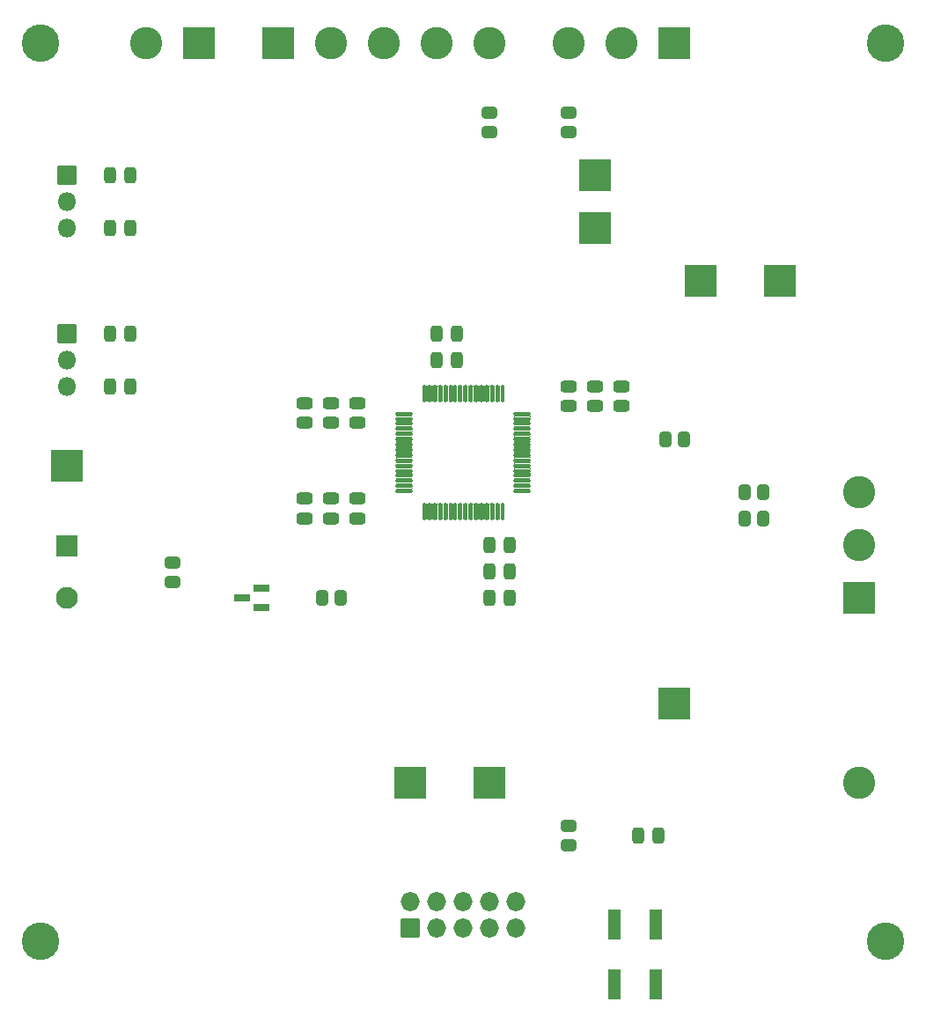
<source format=gts>
G04 #@! TF.GenerationSoftware,KiCad,Pcbnew,(6.0.1-0)*
G04 #@! TF.CreationDate,2022-03-10T22:00:30-05:00*
G04 #@! TF.ProjectId,Vrm,56726d2e-6b69-4636-9164-5f7063625858,rev?*
G04 #@! TF.SameCoordinates,Original*
G04 #@! TF.FileFunction,Soldermask,Top*
G04 #@! TF.FilePolarity,Negative*
%FSLAX46Y46*%
G04 Gerber Fmt 4.6, Leading zero omitted, Abs format (unit mm)*
G04 Created by KiCad (PCBNEW (6.0.1-0)) date 2022-03-10 22:00:30*
%MOMM*%
%LPD*%
G01*
G04 APERTURE LIST*
G04 Aperture macros list*
%AMRoundRect*
0 Rectangle with rounded corners*
0 $1 Rounding radius*
0 $2 $3 $4 $5 $6 $7 $8 $9 X,Y pos of 4 corners*
0 Add a 4 corners polygon primitive as box body*
4,1,4,$2,$3,$4,$5,$6,$7,$8,$9,$2,$3,0*
0 Add four circle primitives for the rounded corners*
1,1,$1+$1,$2,$3*
1,1,$1+$1,$4,$5*
1,1,$1+$1,$6,$7*
1,1,$1+$1,$8,$9*
0 Add four rect primitives between the rounded corners*
20,1,$1+$1,$2,$3,$4,$5,0*
20,1,$1+$1,$4,$5,$6,$7,0*
20,1,$1+$1,$6,$7,$8,$9,0*
20,1,$1+$1,$8,$9,$2,$3,0*%
G04 Aperture macros list end*
%ADD10RoundRect,0.051000X0.863600X-0.863600X0.863600X0.863600X-0.863600X0.863600X-0.863600X-0.863600X0*%
%ADD11O,1.829200X1.829200*%
%ADD12C,3.102000*%
%ADD13RoundRect,0.051000X-0.500000X1.400000X-0.500000X-1.400000X0.500000X-1.400000X0.500000X1.400000X0*%
%ADD14RoundRect,0.051000X1.500000X1.500000X-1.500000X1.500000X-1.500000X-1.500000X1.500000X-1.500000X0*%
%ADD15C,3.602000*%
%ADD16RoundRect,0.301000X-0.250000X-0.475000X0.250000X-0.475000X0.250000X0.475000X-0.250000X0.475000X0*%
%ADD17RoundRect,0.301000X-0.475000X0.250000X-0.475000X-0.250000X0.475000X-0.250000X0.475000X0.250000X0*%
%ADD18RoundRect,0.051000X-0.850000X-0.850000X0.850000X-0.850000X0.850000X0.850000X-0.850000X0.850000X0*%
%ADD19O,1.802000X1.802000*%
%ADD20RoundRect,0.126000X-0.075000X0.700000X-0.075000X-0.700000X0.075000X-0.700000X0.075000X0.700000X0*%
%ADD21RoundRect,0.126000X-0.700000X0.075000X-0.700000X-0.075000X0.700000X-0.075000X0.700000X0.075000X0*%
%ADD22RoundRect,0.301000X-0.262500X-0.450000X0.262500X-0.450000X0.262500X0.450000X-0.262500X0.450000X0*%
%ADD23RoundRect,0.201000X0.587500X0.150000X-0.587500X0.150000X-0.587500X-0.150000X0.587500X-0.150000X0*%
%ADD24RoundRect,0.051000X-1.000000X1.000000X-1.000000X-1.000000X1.000000X-1.000000X1.000000X1.000000X0*%
%ADD25C,2.102000*%
%ADD26RoundRect,0.301000X0.250000X0.475000X-0.250000X0.475000X-0.250000X-0.475000X0.250000X-0.475000X0*%
%ADD27RoundRect,0.051000X-1.500000X-1.500000X1.500000X-1.500000X1.500000X1.500000X-1.500000X1.500000X0*%
%ADD28RoundRect,0.301000X0.475000X-0.250000X0.475000X0.250000X-0.475000X0.250000X-0.475000X-0.250000X0*%
%ADD29RoundRect,0.301000X0.450000X-0.262500X0.450000X0.262500X-0.450000X0.262500X-0.450000X-0.262500X0*%
%ADD30RoundRect,0.301000X-0.450000X0.262500X-0.450000X-0.262500X0.450000X-0.262500X0.450000X0.262500X0*%
%ADD31RoundRect,0.051000X1.500000X-1.500000X1.500000X1.500000X-1.500000X1.500000X-1.500000X-1.500000X0*%
%ADD32RoundRect,0.051000X-1.500000X1.500000X-1.500000X-1.500000X1.500000X-1.500000X1.500000X1.500000X0*%
G04 APERTURE END LIST*
D10*
X170180000Y-146050000D03*
D11*
X170180000Y-143510000D03*
X172720000Y-146050000D03*
X172720000Y-143510000D03*
X175260000Y-146050000D03*
X175260000Y-143510000D03*
X177800000Y-146050000D03*
X177800000Y-143510000D03*
X180340000Y-146050000D03*
X180340000Y-143510000D03*
D12*
X213360000Y-132080000D03*
D13*
X193770000Y-145690000D03*
X193770000Y-151490000D03*
X189770000Y-145690000D03*
X189770000Y-151490000D03*
D14*
X198120000Y-83820000D03*
D15*
X134620000Y-60960000D03*
D16*
X141290000Y-93980000D03*
X143190000Y-93980000D03*
D17*
X162560000Y-95570000D03*
X162560000Y-97470000D03*
D14*
X170180000Y-132080000D03*
D18*
X137160000Y-73660000D03*
D19*
X137160000Y-76200000D03*
X137160000Y-78740000D03*
D20*
X179010000Y-94655000D03*
X178510000Y-94655000D03*
X178010000Y-94655000D03*
X177510000Y-94655000D03*
X177010000Y-94655000D03*
X176510000Y-94655000D03*
X176010000Y-94655000D03*
X175510000Y-94655000D03*
X175010000Y-94655000D03*
X174510000Y-94655000D03*
X174010000Y-94655000D03*
X173510000Y-94655000D03*
X173010000Y-94655000D03*
X172510000Y-94655000D03*
X172010000Y-94655000D03*
X171510000Y-94655000D03*
D21*
X169585000Y-96580000D03*
X169585000Y-97080000D03*
X169585000Y-97580000D03*
X169585000Y-98080000D03*
X169585000Y-98580000D03*
X169585000Y-99080000D03*
X169585000Y-99580000D03*
X169585000Y-100080000D03*
X169585000Y-100580000D03*
X169585000Y-101080000D03*
X169585000Y-101580000D03*
X169585000Y-102080000D03*
X169585000Y-102580000D03*
X169585000Y-103080000D03*
X169585000Y-103580000D03*
X169585000Y-104080000D03*
D20*
X171510000Y-106005000D03*
X172010000Y-106005000D03*
X172510000Y-106005000D03*
X173010000Y-106005000D03*
X173510000Y-106005000D03*
X174010000Y-106005000D03*
X174510000Y-106005000D03*
X175010000Y-106005000D03*
X175510000Y-106005000D03*
X176010000Y-106005000D03*
X176510000Y-106005000D03*
X177010000Y-106005000D03*
X177510000Y-106005000D03*
X178010000Y-106005000D03*
X178510000Y-106005000D03*
X179010000Y-106005000D03*
D21*
X180935000Y-104080000D03*
X180935000Y-103580000D03*
X180935000Y-103080000D03*
X180935000Y-102580000D03*
X180935000Y-102080000D03*
X180935000Y-101580000D03*
X180935000Y-101080000D03*
X180935000Y-100580000D03*
X180935000Y-100080000D03*
X180935000Y-99580000D03*
X180935000Y-99080000D03*
X180935000Y-98580000D03*
X180935000Y-98080000D03*
X180935000Y-97580000D03*
X180935000Y-97080000D03*
X180935000Y-96580000D03*
D22*
X161647500Y-114300000D03*
X163472500Y-114300000D03*
D23*
X155877500Y-115250000D03*
X155877500Y-113350000D03*
X154002500Y-114300000D03*
D24*
X137160000Y-109300000D03*
D25*
X137160000Y-114300000D03*
D17*
X160020000Y-104780000D03*
X160020000Y-106680000D03*
D26*
X174620000Y-91440000D03*
X172720000Y-91440000D03*
D12*
X177800000Y-60960000D03*
X172720000Y-60960000D03*
X167640000Y-60960000D03*
X162560000Y-60960000D03*
D27*
X157480000Y-60960000D03*
D14*
X149860000Y-60960000D03*
D12*
X144780000Y-60960000D03*
D28*
X190500000Y-95880000D03*
X190500000Y-93980000D03*
D16*
X177800000Y-114300000D03*
X179700000Y-114300000D03*
D14*
X187960000Y-73660000D03*
D15*
X215900000Y-60960000D03*
X134620000Y-147320000D03*
D17*
X165100000Y-95570000D03*
X165100000Y-97470000D03*
D22*
X194667500Y-99060000D03*
X196492500Y-99060000D03*
D29*
X185420000Y-138072500D03*
X185420000Y-136247500D03*
D26*
X193990000Y-137160000D03*
X192090000Y-137160000D03*
D17*
X162560000Y-104780000D03*
X162560000Y-106680000D03*
D22*
X202287500Y-106680000D03*
X204112500Y-106680000D03*
D26*
X174620000Y-88900000D03*
X172720000Y-88900000D03*
D22*
X202287500Y-104140000D03*
X204112500Y-104140000D03*
D14*
X177800000Y-132080000D03*
D15*
X215900000Y-147320000D03*
D17*
X165100000Y-104780000D03*
X165100000Y-106680000D03*
D16*
X141290000Y-73660000D03*
X143190000Y-73660000D03*
D17*
X160020000Y-95570000D03*
X160020000Y-97470000D03*
D14*
X195580000Y-60960000D03*
D12*
X190500000Y-60960000D03*
X185420000Y-60960000D03*
D16*
X177800000Y-109220000D03*
X179700000Y-109220000D03*
D30*
X177800000Y-67667500D03*
X177800000Y-69492500D03*
D14*
X187960000Y-78740000D03*
D16*
X141290000Y-88900000D03*
X143190000Y-88900000D03*
D30*
X147320000Y-110927500D03*
X147320000Y-112752500D03*
D31*
X213360000Y-114300000D03*
D12*
X213360000Y-109220000D03*
X213360000Y-104140000D03*
D16*
X141290000Y-78740000D03*
X143190000Y-78740000D03*
D14*
X205740000Y-83820000D03*
D28*
X187960000Y-95880000D03*
X187960000Y-93980000D03*
D32*
X137160000Y-101600000D03*
D30*
X185420000Y-67667500D03*
X185420000Y-69492500D03*
D16*
X177800000Y-111760000D03*
X179700000Y-111760000D03*
D14*
X195580000Y-124460000D03*
D18*
X137160000Y-88900000D03*
D19*
X137160000Y-91440000D03*
X137160000Y-93980000D03*
D28*
X185420000Y-95880000D03*
X185420000Y-93980000D03*
G36*
X171678693Y-105219460D02*
G01*
X171691425Y-105227967D01*
X171757789Y-105248747D01*
X171828589Y-105227958D01*
X171841307Y-105219460D01*
X171843303Y-105219329D01*
X171844414Y-105220992D01*
X171844081Y-105222234D01*
X171820476Y-105257561D01*
X171811000Y-105305199D01*
X171811000Y-106704801D01*
X171820476Y-106752439D01*
X171844081Y-106787766D01*
X171844212Y-106789762D01*
X171842549Y-106790873D01*
X171841307Y-106790540D01*
X171828575Y-106782033D01*
X171762211Y-106761253D01*
X171691411Y-106782042D01*
X171678693Y-106790540D01*
X171676697Y-106790671D01*
X171675586Y-106789008D01*
X171675919Y-106787766D01*
X171699524Y-106752439D01*
X171709000Y-106704801D01*
X171709000Y-105305199D01*
X171699524Y-105257561D01*
X171675919Y-105222234D01*
X171675788Y-105220238D01*
X171677451Y-105219127D01*
X171678693Y-105219460D01*
G37*
G36*
X176178693Y-105219460D02*
G01*
X176191425Y-105227967D01*
X176257789Y-105248747D01*
X176328589Y-105227958D01*
X176341307Y-105219460D01*
X176343303Y-105219329D01*
X176344414Y-105220992D01*
X176344081Y-105222234D01*
X176320476Y-105257561D01*
X176311000Y-105305199D01*
X176311000Y-106704801D01*
X176320476Y-106752439D01*
X176344081Y-106787766D01*
X176344212Y-106789762D01*
X176342549Y-106790873D01*
X176341307Y-106790540D01*
X176328575Y-106782033D01*
X176262211Y-106761253D01*
X176191411Y-106782042D01*
X176178693Y-106790540D01*
X176176697Y-106790671D01*
X176175586Y-106789008D01*
X176175919Y-106787766D01*
X176199524Y-106752439D01*
X176209000Y-106704801D01*
X176209000Y-105305199D01*
X176199524Y-105257561D01*
X176175919Y-105222234D01*
X176175788Y-105220238D01*
X176177451Y-105219127D01*
X176178693Y-105219460D01*
G37*
G36*
X176678693Y-105219460D02*
G01*
X176691425Y-105227967D01*
X176757789Y-105248747D01*
X176828589Y-105227958D01*
X176841307Y-105219460D01*
X176843303Y-105219329D01*
X176844414Y-105220992D01*
X176844081Y-105222234D01*
X176820476Y-105257561D01*
X176811000Y-105305199D01*
X176811000Y-106704801D01*
X176820476Y-106752439D01*
X176844081Y-106787766D01*
X176844212Y-106789762D01*
X176842549Y-106790873D01*
X176841307Y-106790540D01*
X176828575Y-106782033D01*
X176762211Y-106761253D01*
X176691411Y-106782042D01*
X176678693Y-106790540D01*
X176676697Y-106790671D01*
X176675586Y-106789008D01*
X176675919Y-106787766D01*
X176699524Y-106752439D01*
X176709000Y-106704801D01*
X176709000Y-105305199D01*
X176699524Y-105257561D01*
X176675919Y-105222234D01*
X176675788Y-105220238D01*
X176677451Y-105219127D01*
X176678693Y-105219460D01*
G37*
G36*
X175678693Y-105219460D02*
G01*
X175691425Y-105227967D01*
X175757789Y-105248747D01*
X175828589Y-105227958D01*
X175841307Y-105219460D01*
X175843303Y-105219329D01*
X175844414Y-105220992D01*
X175844081Y-105222234D01*
X175820476Y-105257561D01*
X175811000Y-105305199D01*
X175811000Y-106704801D01*
X175820476Y-106752439D01*
X175844081Y-106787766D01*
X175844212Y-106789762D01*
X175842549Y-106790873D01*
X175841307Y-106790540D01*
X175828575Y-106782033D01*
X175762211Y-106761253D01*
X175691411Y-106782042D01*
X175678693Y-106790540D01*
X175676697Y-106790671D01*
X175675586Y-106789008D01*
X175675919Y-106787766D01*
X175699524Y-106752439D01*
X175709000Y-106704801D01*
X175709000Y-105305199D01*
X175699524Y-105257561D01*
X175675919Y-105222234D01*
X175675788Y-105220238D01*
X175677451Y-105219127D01*
X175678693Y-105219460D01*
G37*
G36*
X175178693Y-105219460D02*
G01*
X175191425Y-105227967D01*
X175257789Y-105248747D01*
X175328589Y-105227958D01*
X175341307Y-105219460D01*
X175343303Y-105219329D01*
X175344414Y-105220992D01*
X175344081Y-105222234D01*
X175320476Y-105257561D01*
X175311000Y-105305199D01*
X175311000Y-106704801D01*
X175320476Y-106752439D01*
X175344081Y-106787766D01*
X175344212Y-106789762D01*
X175342549Y-106790873D01*
X175341307Y-106790540D01*
X175328575Y-106782033D01*
X175262211Y-106761253D01*
X175191411Y-106782042D01*
X175178693Y-106790540D01*
X175176697Y-106790671D01*
X175175586Y-106789008D01*
X175175919Y-106787766D01*
X175199524Y-106752439D01*
X175209000Y-106704801D01*
X175209000Y-105305199D01*
X175199524Y-105257561D01*
X175175919Y-105222234D01*
X175175788Y-105220238D01*
X175177451Y-105219127D01*
X175178693Y-105219460D01*
G37*
G36*
X178678693Y-105219460D02*
G01*
X178691425Y-105227967D01*
X178757789Y-105248747D01*
X178828589Y-105227958D01*
X178841307Y-105219460D01*
X178843303Y-105219329D01*
X178844414Y-105220992D01*
X178844081Y-105222234D01*
X178820476Y-105257561D01*
X178811000Y-105305199D01*
X178811000Y-106704801D01*
X178820476Y-106752439D01*
X178844081Y-106787766D01*
X178844212Y-106789762D01*
X178842549Y-106790873D01*
X178841307Y-106790540D01*
X178828575Y-106782033D01*
X178762211Y-106761253D01*
X178691411Y-106782042D01*
X178678693Y-106790540D01*
X178676697Y-106790671D01*
X178675586Y-106789008D01*
X178675919Y-106787766D01*
X178699524Y-106752439D01*
X178709000Y-106704801D01*
X178709000Y-105305199D01*
X178699524Y-105257561D01*
X178675919Y-105222234D01*
X178675788Y-105220238D01*
X178677451Y-105219127D01*
X178678693Y-105219460D01*
G37*
G36*
X173678693Y-105219460D02*
G01*
X173691425Y-105227967D01*
X173757789Y-105248747D01*
X173828589Y-105227958D01*
X173841307Y-105219460D01*
X173843303Y-105219329D01*
X173844414Y-105220992D01*
X173844081Y-105222234D01*
X173820476Y-105257561D01*
X173811000Y-105305199D01*
X173811000Y-106704801D01*
X173820476Y-106752439D01*
X173844081Y-106787766D01*
X173844212Y-106789762D01*
X173842549Y-106790873D01*
X173841307Y-106790540D01*
X173828575Y-106782033D01*
X173762211Y-106761253D01*
X173691411Y-106782042D01*
X173678693Y-106790540D01*
X173676697Y-106790671D01*
X173675586Y-106789008D01*
X173675919Y-106787766D01*
X173699524Y-106752439D01*
X173709000Y-106704801D01*
X173709000Y-105305199D01*
X173699524Y-105257561D01*
X173675919Y-105222234D01*
X173675788Y-105220238D01*
X173677451Y-105219127D01*
X173678693Y-105219460D01*
G37*
G36*
X172678693Y-105219460D02*
G01*
X172691425Y-105227967D01*
X172757789Y-105248747D01*
X172828589Y-105227958D01*
X172841307Y-105219460D01*
X172843303Y-105219329D01*
X172844414Y-105220992D01*
X172844081Y-105222234D01*
X172820476Y-105257561D01*
X172811000Y-105305199D01*
X172811000Y-106704801D01*
X172820476Y-106752439D01*
X172844081Y-106787766D01*
X172844212Y-106789762D01*
X172842549Y-106790873D01*
X172841307Y-106790540D01*
X172828575Y-106782033D01*
X172762211Y-106761253D01*
X172691411Y-106782042D01*
X172678693Y-106790540D01*
X172676697Y-106790671D01*
X172675586Y-106789008D01*
X172675919Y-106787766D01*
X172699524Y-106752439D01*
X172709000Y-106704801D01*
X172709000Y-105305199D01*
X172699524Y-105257561D01*
X172675919Y-105222234D01*
X172675788Y-105220238D01*
X172677451Y-105219127D01*
X172678693Y-105219460D01*
G37*
G36*
X177178693Y-105219460D02*
G01*
X177191425Y-105227967D01*
X177257789Y-105248747D01*
X177328589Y-105227958D01*
X177341307Y-105219460D01*
X177343303Y-105219329D01*
X177344414Y-105220992D01*
X177344081Y-105222234D01*
X177320476Y-105257561D01*
X177311000Y-105305199D01*
X177311000Y-106704801D01*
X177320476Y-106752439D01*
X177344081Y-106787766D01*
X177344212Y-106789762D01*
X177342549Y-106790873D01*
X177341307Y-106790540D01*
X177328575Y-106782033D01*
X177262211Y-106761253D01*
X177191411Y-106782042D01*
X177178693Y-106790540D01*
X177176697Y-106790671D01*
X177175586Y-106789008D01*
X177175919Y-106787766D01*
X177199524Y-106752439D01*
X177209000Y-106704801D01*
X177209000Y-105305199D01*
X177199524Y-105257561D01*
X177175919Y-105222234D01*
X177175788Y-105220238D01*
X177177451Y-105219127D01*
X177178693Y-105219460D01*
G37*
G36*
X172178693Y-105219460D02*
G01*
X172191425Y-105227967D01*
X172257789Y-105248747D01*
X172328589Y-105227958D01*
X172341307Y-105219460D01*
X172343303Y-105219329D01*
X172344414Y-105220992D01*
X172344081Y-105222234D01*
X172320476Y-105257561D01*
X172311000Y-105305199D01*
X172311000Y-106704801D01*
X172320476Y-106752439D01*
X172344081Y-106787766D01*
X172344212Y-106789762D01*
X172342549Y-106790873D01*
X172341307Y-106790540D01*
X172328575Y-106782033D01*
X172262211Y-106761253D01*
X172191411Y-106782042D01*
X172178693Y-106790540D01*
X172176697Y-106790671D01*
X172175586Y-106789008D01*
X172175919Y-106787766D01*
X172199524Y-106752439D01*
X172209000Y-106704801D01*
X172209000Y-105305199D01*
X172199524Y-105257561D01*
X172175919Y-105222234D01*
X172175788Y-105220238D01*
X172177451Y-105219127D01*
X172178693Y-105219460D01*
G37*
G36*
X173178693Y-105219460D02*
G01*
X173191425Y-105227967D01*
X173257789Y-105248747D01*
X173328589Y-105227958D01*
X173341307Y-105219460D01*
X173343303Y-105219329D01*
X173344414Y-105220992D01*
X173344081Y-105222234D01*
X173320476Y-105257561D01*
X173311000Y-105305199D01*
X173311000Y-106704801D01*
X173320476Y-106752439D01*
X173344081Y-106787766D01*
X173344212Y-106789762D01*
X173342549Y-106790873D01*
X173341307Y-106790540D01*
X173328575Y-106782033D01*
X173262211Y-106761253D01*
X173191411Y-106782042D01*
X173178693Y-106790540D01*
X173176697Y-106790671D01*
X173175586Y-106789008D01*
X173175919Y-106787766D01*
X173199524Y-106752439D01*
X173209000Y-106704801D01*
X173209000Y-105305199D01*
X173199524Y-105257561D01*
X173175919Y-105222234D01*
X173175788Y-105220238D01*
X173177451Y-105219127D01*
X173178693Y-105219460D01*
G37*
G36*
X174678693Y-105219460D02*
G01*
X174691425Y-105227967D01*
X174757789Y-105248747D01*
X174828589Y-105227958D01*
X174841307Y-105219460D01*
X174843303Y-105219329D01*
X174844414Y-105220992D01*
X174844081Y-105222234D01*
X174820476Y-105257561D01*
X174811000Y-105305199D01*
X174811000Y-106704801D01*
X174820476Y-106752439D01*
X174844081Y-106787766D01*
X174844212Y-106789762D01*
X174842549Y-106790873D01*
X174841307Y-106790540D01*
X174828575Y-106782033D01*
X174762211Y-106761253D01*
X174691411Y-106782042D01*
X174678693Y-106790540D01*
X174676697Y-106790671D01*
X174675586Y-106789008D01*
X174675919Y-106787766D01*
X174699524Y-106752439D01*
X174709000Y-106704801D01*
X174709000Y-105305199D01*
X174699524Y-105257561D01*
X174675919Y-105222234D01*
X174675788Y-105220238D01*
X174677451Y-105219127D01*
X174678693Y-105219460D01*
G37*
G36*
X177678693Y-105219460D02*
G01*
X177691425Y-105227967D01*
X177757789Y-105248747D01*
X177828589Y-105227958D01*
X177841307Y-105219460D01*
X177843303Y-105219329D01*
X177844414Y-105220992D01*
X177844081Y-105222234D01*
X177820476Y-105257561D01*
X177811000Y-105305199D01*
X177811000Y-106704801D01*
X177820476Y-106752439D01*
X177844081Y-106787766D01*
X177844212Y-106789762D01*
X177842549Y-106790873D01*
X177841307Y-106790540D01*
X177828575Y-106782033D01*
X177762211Y-106761253D01*
X177691411Y-106782042D01*
X177678693Y-106790540D01*
X177676697Y-106790671D01*
X177675586Y-106789008D01*
X177675919Y-106787766D01*
X177699524Y-106752439D01*
X177709000Y-106704801D01*
X177709000Y-105305199D01*
X177699524Y-105257561D01*
X177675919Y-105222234D01*
X177675788Y-105220238D01*
X177677451Y-105219127D01*
X177678693Y-105219460D01*
G37*
G36*
X174178693Y-105219460D02*
G01*
X174191425Y-105227967D01*
X174257789Y-105248747D01*
X174328589Y-105227958D01*
X174341307Y-105219460D01*
X174343303Y-105219329D01*
X174344414Y-105220992D01*
X174344081Y-105222234D01*
X174320476Y-105257561D01*
X174311000Y-105305199D01*
X174311000Y-106704801D01*
X174320476Y-106752439D01*
X174344081Y-106787766D01*
X174344212Y-106789762D01*
X174342549Y-106790873D01*
X174341307Y-106790540D01*
X174328575Y-106782033D01*
X174262211Y-106761253D01*
X174191411Y-106782042D01*
X174178693Y-106790540D01*
X174176697Y-106790671D01*
X174175586Y-106789008D01*
X174175919Y-106787766D01*
X174199524Y-106752439D01*
X174209000Y-106704801D01*
X174209000Y-105305199D01*
X174199524Y-105257561D01*
X174175919Y-105222234D01*
X174175788Y-105220238D01*
X174177451Y-105219127D01*
X174178693Y-105219460D01*
G37*
G36*
X178178693Y-105219460D02*
G01*
X178191425Y-105227967D01*
X178257789Y-105248747D01*
X178328589Y-105227958D01*
X178341307Y-105219460D01*
X178343303Y-105219329D01*
X178344414Y-105220992D01*
X178344081Y-105222234D01*
X178320476Y-105257561D01*
X178311000Y-105305199D01*
X178311000Y-106704801D01*
X178320476Y-106752439D01*
X178344081Y-106787766D01*
X178344212Y-106789762D01*
X178342549Y-106790873D01*
X178341307Y-106790540D01*
X178328575Y-106782033D01*
X178262211Y-106761253D01*
X178191411Y-106782042D01*
X178178693Y-106790540D01*
X178176697Y-106790671D01*
X178175586Y-106789008D01*
X178175919Y-106787766D01*
X178199524Y-106752439D01*
X178209000Y-106704801D01*
X178209000Y-105305199D01*
X178199524Y-105257561D01*
X178175919Y-105222234D01*
X178175788Y-105220238D01*
X178177451Y-105219127D01*
X178178693Y-105219460D01*
G37*
G36*
X168802234Y-103745919D02*
G01*
X168837561Y-103769524D01*
X168885199Y-103779000D01*
X170284801Y-103779000D01*
X170332439Y-103769524D01*
X170367766Y-103745919D01*
X170369762Y-103745788D01*
X170370873Y-103747451D01*
X170370540Y-103748693D01*
X170362033Y-103761425D01*
X170341253Y-103827789D01*
X170362042Y-103898589D01*
X170370540Y-103911307D01*
X170370671Y-103913303D01*
X170369008Y-103914414D01*
X170367766Y-103914081D01*
X170332439Y-103890476D01*
X170284801Y-103881000D01*
X168885199Y-103881000D01*
X168837561Y-103890476D01*
X168802234Y-103914081D01*
X168800238Y-103914212D01*
X168799127Y-103912549D01*
X168799460Y-103911307D01*
X168807967Y-103898575D01*
X168828747Y-103832211D01*
X168807958Y-103761411D01*
X168799460Y-103748693D01*
X168799329Y-103746697D01*
X168800992Y-103745586D01*
X168802234Y-103745919D01*
G37*
G36*
X180152234Y-103745919D02*
G01*
X180187561Y-103769524D01*
X180235199Y-103779000D01*
X181634801Y-103779000D01*
X181682439Y-103769524D01*
X181717766Y-103745919D01*
X181719762Y-103745788D01*
X181720873Y-103747451D01*
X181720540Y-103748693D01*
X181712033Y-103761425D01*
X181691253Y-103827789D01*
X181712042Y-103898589D01*
X181720540Y-103911307D01*
X181720671Y-103913303D01*
X181719008Y-103914414D01*
X181717766Y-103914081D01*
X181682439Y-103890476D01*
X181634801Y-103881000D01*
X180235199Y-103881000D01*
X180187561Y-103890476D01*
X180152234Y-103914081D01*
X180150238Y-103914212D01*
X180149127Y-103912549D01*
X180149460Y-103911307D01*
X180157967Y-103898575D01*
X180178747Y-103832211D01*
X180157958Y-103761411D01*
X180149460Y-103748693D01*
X180149329Y-103746697D01*
X180150992Y-103745586D01*
X180152234Y-103745919D01*
G37*
G36*
X168802234Y-103245919D02*
G01*
X168837561Y-103269524D01*
X168885199Y-103279000D01*
X170284801Y-103279000D01*
X170332439Y-103269524D01*
X170367766Y-103245919D01*
X170369762Y-103245788D01*
X170370873Y-103247451D01*
X170370540Y-103248693D01*
X170362033Y-103261425D01*
X170341253Y-103327789D01*
X170362042Y-103398589D01*
X170370540Y-103411307D01*
X170370671Y-103413303D01*
X170369008Y-103414414D01*
X170367766Y-103414081D01*
X170332439Y-103390476D01*
X170284801Y-103381000D01*
X168885199Y-103381000D01*
X168837561Y-103390476D01*
X168802234Y-103414081D01*
X168800238Y-103414212D01*
X168799127Y-103412549D01*
X168799460Y-103411307D01*
X168807967Y-103398575D01*
X168828747Y-103332211D01*
X168807958Y-103261411D01*
X168799460Y-103248693D01*
X168799329Y-103246697D01*
X168800992Y-103245586D01*
X168802234Y-103245919D01*
G37*
G36*
X180152234Y-103245919D02*
G01*
X180187561Y-103269524D01*
X180235199Y-103279000D01*
X181634801Y-103279000D01*
X181682439Y-103269524D01*
X181717766Y-103245919D01*
X181719762Y-103245788D01*
X181720873Y-103247451D01*
X181720540Y-103248693D01*
X181712033Y-103261425D01*
X181691253Y-103327789D01*
X181712042Y-103398589D01*
X181720540Y-103411307D01*
X181720671Y-103413303D01*
X181719008Y-103414414D01*
X181717766Y-103414081D01*
X181682439Y-103390476D01*
X181634801Y-103381000D01*
X180235199Y-103381000D01*
X180187561Y-103390476D01*
X180152234Y-103414081D01*
X180150238Y-103414212D01*
X180149127Y-103412549D01*
X180149460Y-103411307D01*
X180157967Y-103398575D01*
X180178747Y-103332211D01*
X180157958Y-103261411D01*
X180149460Y-103248693D01*
X180149329Y-103246697D01*
X180150992Y-103245586D01*
X180152234Y-103245919D01*
G37*
G36*
X168802234Y-102745919D02*
G01*
X168837561Y-102769524D01*
X168885199Y-102779000D01*
X170284801Y-102779000D01*
X170332439Y-102769524D01*
X170367766Y-102745919D01*
X170369762Y-102745788D01*
X170370873Y-102747451D01*
X170370540Y-102748693D01*
X170362033Y-102761425D01*
X170341253Y-102827789D01*
X170362042Y-102898589D01*
X170370540Y-102911307D01*
X170370671Y-102913303D01*
X170369008Y-102914414D01*
X170367766Y-102914081D01*
X170332439Y-102890476D01*
X170284801Y-102881000D01*
X168885199Y-102881000D01*
X168837561Y-102890476D01*
X168802234Y-102914081D01*
X168800238Y-102914212D01*
X168799127Y-102912549D01*
X168799460Y-102911307D01*
X168807967Y-102898575D01*
X168828747Y-102832211D01*
X168807958Y-102761411D01*
X168799460Y-102748693D01*
X168799329Y-102746697D01*
X168800992Y-102745586D01*
X168802234Y-102745919D01*
G37*
G36*
X180152234Y-102745919D02*
G01*
X180187561Y-102769524D01*
X180235199Y-102779000D01*
X181634801Y-102779000D01*
X181682439Y-102769524D01*
X181717766Y-102745919D01*
X181719762Y-102745788D01*
X181720873Y-102747451D01*
X181720540Y-102748693D01*
X181712033Y-102761425D01*
X181691253Y-102827789D01*
X181712042Y-102898589D01*
X181720540Y-102911307D01*
X181720671Y-102913303D01*
X181719008Y-102914414D01*
X181717766Y-102914081D01*
X181682439Y-102890476D01*
X181634801Y-102881000D01*
X180235199Y-102881000D01*
X180187561Y-102890476D01*
X180152234Y-102914081D01*
X180150238Y-102914212D01*
X180149127Y-102912549D01*
X180149460Y-102911307D01*
X180157967Y-102898575D01*
X180178747Y-102832211D01*
X180157958Y-102761411D01*
X180149460Y-102748693D01*
X180149329Y-102746697D01*
X180150992Y-102745586D01*
X180152234Y-102745919D01*
G37*
G36*
X180152234Y-102245919D02*
G01*
X180187561Y-102269524D01*
X180235199Y-102279000D01*
X181634801Y-102279000D01*
X181682439Y-102269524D01*
X181717766Y-102245919D01*
X181719762Y-102245788D01*
X181720873Y-102247451D01*
X181720540Y-102248693D01*
X181712033Y-102261425D01*
X181691253Y-102327789D01*
X181712042Y-102398589D01*
X181720540Y-102411307D01*
X181720671Y-102413303D01*
X181719008Y-102414414D01*
X181717766Y-102414081D01*
X181682439Y-102390476D01*
X181634801Y-102381000D01*
X180235199Y-102381000D01*
X180187561Y-102390476D01*
X180152234Y-102414081D01*
X180150238Y-102414212D01*
X180149127Y-102412549D01*
X180149460Y-102411307D01*
X180157967Y-102398575D01*
X180178747Y-102332211D01*
X180157958Y-102261411D01*
X180149460Y-102248693D01*
X180149329Y-102246697D01*
X180150992Y-102245586D01*
X180152234Y-102245919D01*
G37*
G36*
X168802234Y-102245919D02*
G01*
X168837561Y-102269524D01*
X168885199Y-102279000D01*
X170284801Y-102279000D01*
X170332439Y-102269524D01*
X170367766Y-102245919D01*
X170369762Y-102245788D01*
X170370873Y-102247451D01*
X170370540Y-102248693D01*
X170362033Y-102261425D01*
X170341253Y-102327789D01*
X170362042Y-102398589D01*
X170370540Y-102411307D01*
X170370671Y-102413303D01*
X170369008Y-102414414D01*
X170367766Y-102414081D01*
X170332439Y-102390476D01*
X170284801Y-102381000D01*
X168885199Y-102381000D01*
X168837561Y-102390476D01*
X168802234Y-102414081D01*
X168800238Y-102414212D01*
X168799127Y-102412549D01*
X168799460Y-102411307D01*
X168807967Y-102398575D01*
X168828747Y-102332211D01*
X168807958Y-102261411D01*
X168799460Y-102248693D01*
X168799329Y-102246697D01*
X168800992Y-102245586D01*
X168802234Y-102245919D01*
G37*
G36*
X168802234Y-101745919D02*
G01*
X168837561Y-101769524D01*
X168885199Y-101779000D01*
X170284801Y-101779000D01*
X170332439Y-101769524D01*
X170367766Y-101745919D01*
X170369762Y-101745788D01*
X170370873Y-101747451D01*
X170370540Y-101748693D01*
X170362033Y-101761425D01*
X170341253Y-101827789D01*
X170362042Y-101898589D01*
X170370540Y-101911307D01*
X170370671Y-101913303D01*
X170369008Y-101914414D01*
X170367766Y-101914081D01*
X170332439Y-101890476D01*
X170284801Y-101881000D01*
X168885199Y-101881000D01*
X168837561Y-101890476D01*
X168802234Y-101914081D01*
X168800238Y-101914212D01*
X168799127Y-101912549D01*
X168799460Y-101911307D01*
X168807967Y-101898575D01*
X168828747Y-101832211D01*
X168807958Y-101761411D01*
X168799460Y-101748693D01*
X168799329Y-101746697D01*
X168800992Y-101745586D01*
X168802234Y-101745919D01*
G37*
G36*
X180152234Y-101745919D02*
G01*
X180187561Y-101769524D01*
X180235199Y-101779000D01*
X181634801Y-101779000D01*
X181682439Y-101769524D01*
X181717766Y-101745919D01*
X181719762Y-101745788D01*
X181720873Y-101747451D01*
X181720540Y-101748693D01*
X181712033Y-101761425D01*
X181691253Y-101827789D01*
X181712042Y-101898589D01*
X181720540Y-101911307D01*
X181720671Y-101913303D01*
X181719008Y-101914414D01*
X181717766Y-101914081D01*
X181682439Y-101890476D01*
X181634801Y-101881000D01*
X180235199Y-101881000D01*
X180187561Y-101890476D01*
X180152234Y-101914081D01*
X180150238Y-101914212D01*
X180149127Y-101912549D01*
X180149460Y-101911307D01*
X180157967Y-101898575D01*
X180178747Y-101832211D01*
X180157958Y-101761411D01*
X180149460Y-101748693D01*
X180149329Y-101746697D01*
X180150992Y-101745586D01*
X180152234Y-101745919D01*
G37*
G36*
X168802234Y-101245919D02*
G01*
X168837561Y-101269524D01*
X168885199Y-101279000D01*
X170284801Y-101279000D01*
X170332439Y-101269524D01*
X170367766Y-101245919D01*
X170369762Y-101245788D01*
X170370873Y-101247451D01*
X170370540Y-101248693D01*
X170362033Y-101261425D01*
X170341253Y-101327789D01*
X170362042Y-101398589D01*
X170370540Y-101411307D01*
X170370671Y-101413303D01*
X170369008Y-101414414D01*
X170367766Y-101414081D01*
X170332439Y-101390476D01*
X170284801Y-101381000D01*
X168885199Y-101381000D01*
X168837561Y-101390476D01*
X168802234Y-101414081D01*
X168800238Y-101414212D01*
X168799127Y-101412549D01*
X168799460Y-101411307D01*
X168807967Y-101398575D01*
X168828747Y-101332211D01*
X168807958Y-101261411D01*
X168799460Y-101248693D01*
X168799329Y-101246697D01*
X168800992Y-101245586D01*
X168802234Y-101245919D01*
G37*
G36*
X180152234Y-101245919D02*
G01*
X180187561Y-101269524D01*
X180235199Y-101279000D01*
X181634801Y-101279000D01*
X181682439Y-101269524D01*
X181717766Y-101245919D01*
X181719762Y-101245788D01*
X181720873Y-101247451D01*
X181720540Y-101248693D01*
X181712033Y-101261425D01*
X181691253Y-101327789D01*
X181712042Y-101398589D01*
X181720540Y-101411307D01*
X181720671Y-101413303D01*
X181719008Y-101414414D01*
X181717766Y-101414081D01*
X181682439Y-101390476D01*
X181634801Y-101381000D01*
X180235199Y-101381000D01*
X180187561Y-101390476D01*
X180152234Y-101414081D01*
X180150238Y-101414212D01*
X180149127Y-101412549D01*
X180149460Y-101411307D01*
X180157967Y-101398575D01*
X180178747Y-101332211D01*
X180157958Y-101261411D01*
X180149460Y-101248693D01*
X180149329Y-101246697D01*
X180150992Y-101245586D01*
X180152234Y-101245919D01*
G37*
G36*
X168802234Y-100745919D02*
G01*
X168837561Y-100769524D01*
X168885199Y-100779000D01*
X170284801Y-100779000D01*
X170332439Y-100769524D01*
X170367766Y-100745919D01*
X170369762Y-100745788D01*
X170370873Y-100747451D01*
X170370540Y-100748693D01*
X170362033Y-100761425D01*
X170341253Y-100827789D01*
X170362042Y-100898589D01*
X170370540Y-100911307D01*
X170370671Y-100913303D01*
X170369008Y-100914414D01*
X170367766Y-100914081D01*
X170332439Y-100890476D01*
X170284801Y-100881000D01*
X168885199Y-100881000D01*
X168837561Y-100890476D01*
X168802234Y-100914081D01*
X168800238Y-100914212D01*
X168799127Y-100912549D01*
X168799460Y-100911307D01*
X168807967Y-100898575D01*
X168828747Y-100832211D01*
X168807958Y-100761411D01*
X168799460Y-100748693D01*
X168799329Y-100746697D01*
X168800992Y-100745586D01*
X168802234Y-100745919D01*
G37*
G36*
X180152234Y-100745919D02*
G01*
X180187561Y-100769524D01*
X180235199Y-100779000D01*
X181634801Y-100779000D01*
X181682439Y-100769524D01*
X181717766Y-100745919D01*
X181719762Y-100745788D01*
X181720873Y-100747451D01*
X181720540Y-100748693D01*
X181712033Y-100761425D01*
X181691253Y-100827789D01*
X181712042Y-100898589D01*
X181720540Y-100911307D01*
X181720671Y-100913303D01*
X181719008Y-100914414D01*
X181717766Y-100914081D01*
X181682439Y-100890476D01*
X181634801Y-100881000D01*
X180235199Y-100881000D01*
X180187561Y-100890476D01*
X180152234Y-100914081D01*
X180150238Y-100914212D01*
X180149127Y-100912549D01*
X180149460Y-100911307D01*
X180157967Y-100898575D01*
X180178747Y-100832211D01*
X180157958Y-100761411D01*
X180149460Y-100748693D01*
X180149329Y-100746697D01*
X180150992Y-100745586D01*
X180152234Y-100745919D01*
G37*
G36*
X168802234Y-100245919D02*
G01*
X168837561Y-100269524D01*
X168885199Y-100279000D01*
X170284801Y-100279000D01*
X170332439Y-100269524D01*
X170367766Y-100245919D01*
X170369762Y-100245788D01*
X170370873Y-100247451D01*
X170370540Y-100248693D01*
X170362033Y-100261425D01*
X170341253Y-100327789D01*
X170362042Y-100398589D01*
X170370540Y-100411307D01*
X170370671Y-100413303D01*
X170369008Y-100414414D01*
X170367766Y-100414081D01*
X170332439Y-100390476D01*
X170284801Y-100381000D01*
X168885199Y-100381000D01*
X168837561Y-100390476D01*
X168802234Y-100414081D01*
X168800238Y-100414212D01*
X168799127Y-100412549D01*
X168799460Y-100411307D01*
X168807967Y-100398575D01*
X168828747Y-100332211D01*
X168807958Y-100261411D01*
X168799460Y-100248693D01*
X168799329Y-100246697D01*
X168800992Y-100245586D01*
X168802234Y-100245919D01*
G37*
G36*
X180152234Y-100245919D02*
G01*
X180187561Y-100269524D01*
X180235199Y-100279000D01*
X181634801Y-100279000D01*
X181682439Y-100269524D01*
X181717766Y-100245919D01*
X181719762Y-100245788D01*
X181720873Y-100247451D01*
X181720540Y-100248693D01*
X181712033Y-100261425D01*
X181691253Y-100327789D01*
X181712042Y-100398589D01*
X181720540Y-100411307D01*
X181720671Y-100413303D01*
X181719008Y-100414414D01*
X181717766Y-100414081D01*
X181682439Y-100390476D01*
X181634801Y-100381000D01*
X180235199Y-100381000D01*
X180187561Y-100390476D01*
X180152234Y-100414081D01*
X180150238Y-100414212D01*
X180149127Y-100412549D01*
X180149460Y-100411307D01*
X180157967Y-100398575D01*
X180178747Y-100332211D01*
X180157958Y-100261411D01*
X180149460Y-100248693D01*
X180149329Y-100246697D01*
X180150992Y-100245586D01*
X180152234Y-100245919D01*
G37*
G36*
X168802234Y-99745919D02*
G01*
X168837561Y-99769524D01*
X168885199Y-99779000D01*
X170284801Y-99779000D01*
X170332439Y-99769524D01*
X170367766Y-99745919D01*
X170369762Y-99745788D01*
X170370873Y-99747451D01*
X170370540Y-99748693D01*
X170362033Y-99761425D01*
X170341253Y-99827789D01*
X170362042Y-99898589D01*
X170370540Y-99911307D01*
X170370671Y-99913303D01*
X170369008Y-99914414D01*
X170367766Y-99914081D01*
X170332439Y-99890476D01*
X170284801Y-99881000D01*
X168885199Y-99881000D01*
X168837561Y-99890476D01*
X168802234Y-99914081D01*
X168800238Y-99914212D01*
X168799127Y-99912549D01*
X168799460Y-99911307D01*
X168807967Y-99898575D01*
X168828747Y-99832211D01*
X168807958Y-99761411D01*
X168799460Y-99748693D01*
X168799329Y-99746697D01*
X168800992Y-99745586D01*
X168802234Y-99745919D01*
G37*
G36*
X180152234Y-99745919D02*
G01*
X180187561Y-99769524D01*
X180235199Y-99779000D01*
X181634801Y-99779000D01*
X181682439Y-99769524D01*
X181717766Y-99745919D01*
X181719762Y-99745788D01*
X181720873Y-99747451D01*
X181720540Y-99748693D01*
X181712033Y-99761425D01*
X181691253Y-99827789D01*
X181712042Y-99898589D01*
X181720540Y-99911307D01*
X181720671Y-99913303D01*
X181719008Y-99914414D01*
X181717766Y-99914081D01*
X181682439Y-99890476D01*
X181634801Y-99881000D01*
X180235199Y-99881000D01*
X180187561Y-99890476D01*
X180152234Y-99914081D01*
X180150238Y-99914212D01*
X180149127Y-99912549D01*
X180149460Y-99911307D01*
X180157967Y-99898575D01*
X180178747Y-99832211D01*
X180157958Y-99761411D01*
X180149460Y-99748693D01*
X180149329Y-99746697D01*
X180150992Y-99745586D01*
X180152234Y-99745919D01*
G37*
G36*
X168802234Y-99245919D02*
G01*
X168837561Y-99269524D01*
X168885199Y-99279000D01*
X170284801Y-99279000D01*
X170332439Y-99269524D01*
X170367766Y-99245919D01*
X170369762Y-99245788D01*
X170370873Y-99247451D01*
X170370540Y-99248693D01*
X170362033Y-99261425D01*
X170341253Y-99327789D01*
X170362042Y-99398589D01*
X170370540Y-99411307D01*
X170370671Y-99413303D01*
X170369008Y-99414414D01*
X170367766Y-99414081D01*
X170332439Y-99390476D01*
X170284801Y-99381000D01*
X168885199Y-99381000D01*
X168837561Y-99390476D01*
X168802234Y-99414081D01*
X168800238Y-99414212D01*
X168799127Y-99412549D01*
X168799460Y-99411307D01*
X168807967Y-99398575D01*
X168828747Y-99332211D01*
X168807958Y-99261411D01*
X168799460Y-99248693D01*
X168799329Y-99246697D01*
X168800992Y-99245586D01*
X168802234Y-99245919D01*
G37*
G36*
X180152234Y-99245919D02*
G01*
X180187561Y-99269524D01*
X180235199Y-99279000D01*
X181634801Y-99279000D01*
X181682439Y-99269524D01*
X181717766Y-99245919D01*
X181719762Y-99245788D01*
X181720873Y-99247451D01*
X181720540Y-99248693D01*
X181712033Y-99261425D01*
X181691253Y-99327789D01*
X181712042Y-99398589D01*
X181720540Y-99411307D01*
X181720671Y-99413303D01*
X181719008Y-99414414D01*
X181717766Y-99414081D01*
X181682439Y-99390476D01*
X181634801Y-99381000D01*
X180235199Y-99381000D01*
X180187561Y-99390476D01*
X180152234Y-99414081D01*
X180150238Y-99414212D01*
X180149127Y-99412549D01*
X180149460Y-99411307D01*
X180157967Y-99398575D01*
X180178747Y-99332211D01*
X180157958Y-99261411D01*
X180149460Y-99248693D01*
X180149329Y-99246697D01*
X180150992Y-99245586D01*
X180152234Y-99245919D01*
G37*
G36*
X180152234Y-98745919D02*
G01*
X180187561Y-98769524D01*
X180235199Y-98779000D01*
X181634801Y-98779000D01*
X181682439Y-98769524D01*
X181717766Y-98745919D01*
X181719762Y-98745788D01*
X181720873Y-98747451D01*
X181720540Y-98748693D01*
X181712033Y-98761425D01*
X181691253Y-98827789D01*
X181712042Y-98898589D01*
X181720540Y-98911307D01*
X181720671Y-98913303D01*
X181719008Y-98914414D01*
X181717766Y-98914081D01*
X181682439Y-98890476D01*
X181634801Y-98881000D01*
X180235199Y-98881000D01*
X180187561Y-98890476D01*
X180152234Y-98914081D01*
X180150238Y-98914212D01*
X180149127Y-98912549D01*
X180149460Y-98911307D01*
X180157967Y-98898575D01*
X180178747Y-98832211D01*
X180157958Y-98761411D01*
X180149460Y-98748693D01*
X180149329Y-98746697D01*
X180150992Y-98745586D01*
X180152234Y-98745919D01*
G37*
G36*
X168802234Y-98745919D02*
G01*
X168837561Y-98769524D01*
X168885199Y-98779000D01*
X170284801Y-98779000D01*
X170332439Y-98769524D01*
X170367766Y-98745919D01*
X170369762Y-98745788D01*
X170370873Y-98747451D01*
X170370540Y-98748693D01*
X170362033Y-98761425D01*
X170341253Y-98827789D01*
X170362042Y-98898589D01*
X170370540Y-98911307D01*
X170370671Y-98913303D01*
X170369008Y-98914414D01*
X170367766Y-98914081D01*
X170332439Y-98890476D01*
X170284801Y-98881000D01*
X168885199Y-98881000D01*
X168837561Y-98890476D01*
X168802234Y-98914081D01*
X168800238Y-98914212D01*
X168799127Y-98912549D01*
X168799460Y-98911307D01*
X168807967Y-98898575D01*
X168828747Y-98832211D01*
X168807958Y-98761411D01*
X168799460Y-98748693D01*
X168799329Y-98746697D01*
X168800992Y-98745586D01*
X168802234Y-98745919D01*
G37*
G36*
X180152234Y-98245919D02*
G01*
X180187561Y-98269524D01*
X180235199Y-98279000D01*
X181634801Y-98279000D01*
X181682439Y-98269524D01*
X181717766Y-98245919D01*
X181719762Y-98245788D01*
X181720873Y-98247451D01*
X181720540Y-98248693D01*
X181712033Y-98261425D01*
X181691253Y-98327789D01*
X181712042Y-98398589D01*
X181720540Y-98411307D01*
X181720671Y-98413303D01*
X181719008Y-98414414D01*
X181717766Y-98414081D01*
X181682439Y-98390476D01*
X181634801Y-98381000D01*
X180235199Y-98381000D01*
X180187561Y-98390476D01*
X180152234Y-98414081D01*
X180150238Y-98414212D01*
X180149127Y-98412549D01*
X180149460Y-98411307D01*
X180157967Y-98398575D01*
X180178747Y-98332211D01*
X180157958Y-98261411D01*
X180149460Y-98248693D01*
X180149329Y-98246697D01*
X180150992Y-98245586D01*
X180152234Y-98245919D01*
G37*
G36*
X168802234Y-98245919D02*
G01*
X168837561Y-98269524D01*
X168885199Y-98279000D01*
X170284801Y-98279000D01*
X170332439Y-98269524D01*
X170367766Y-98245919D01*
X170369762Y-98245788D01*
X170370873Y-98247451D01*
X170370540Y-98248693D01*
X170362033Y-98261425D01*
X170341253Y-98327789D01*
X170362042Y-98398589D01*
X170370540Y-98411307D01*
X170370671Y-98413303D01*
X170369008Y-98414414D01*
X170367766Y-98414081D01*
X170332439Y-98390476D01*
X170284801Y-98381000D01*
X168885199Y-98381000D01*
X168837561Y-98390476D01*
X168802234Y-98414081D01*
X168800238Y-98414212D01*
X168799127Y-98412549D01*
X168799460Y-98411307D01*
X168807967Y-98398575D01*
X168828747Y-98332211D01*
X168807958Y-98261411D01*
X168799460Y-98248693D01*
X168799329Y-98246697D01*
X168800992Y-98245586D01*
X168802234Y-98245919D01*
G37*
G36*
X168802234Y-97745919D02*
G01*
X168837561Y-97769524D01*
X168885199Y-97779000D01*
X170284801Y-97779000D01*
X170332439Y-97769524D01*
X170367766Y-97745919D01*
X170369762Y-97745788D01*
X170370873Y-97747451D01*
X170370540Y-97748693D01*
X170362033Y-97761425D01*
X170341253Y-97827789D01*
X170362042Y-97898589D01*
X170370540Y-97911307D01*
X170370671Y-97913303D01*
X170369008Y-97914414D01*
X170367766Y-97914081D01*
X170332439Y-97890476D01*
X170284801Y-97881000D01*
X168885199Y-97881000D01*
X168837561Y-97890476D01*
X168802234Y-97914081D01*
X168800238Y-97914212D01*
X168799127Y-97912549D01*
X168799460Y-97911307D01*
X168807967Y-97898575D01*
X168828747Y-97832211D01*
X168807958Y-97761411D01*
X168799460Y-97748693D01*
X168799329Y-97746697D01*
X168800992Y-97745586D01*
X168802234Y-97745919D01*
G37*
G36*
X180152234Y-97745919D02*
G01*
X180187561Y-97769524D01*
X180235199Y-97779000D01*
X181634801Y-97779000D01*
X181682439Y-97769524D01*
X181717766Y-97745919D01*
X181719762Y-97745788D01*
X181720873Y-97747451D01*
X181720540Y-97748693D01*
X181712033Y-97761425D01*
X181691253Y-97827789D01*
X181712042Y-97898589D01*
X181720540Y-97911307D01*
X181720671Y-97913303D01*
X181719008Y-97914414D01*
X181717766Y-97914081D01*
X181682439Y-97890476D01*
X181634801Y-97881000D01*
X180235199Y-97881000D01*
X180187561Y-97890476D01*
X180152234Y-97914081D01*
X180150238Y-97914212D01*
X180149127Y-97912549D01*
X180149460Y-97911307D01*
X180157967Y-97898575D01*
X180178747Y-97832211D01*
X180157958Y-97761411D01*
X180149460Y-97748693D01*
X180149329Y-97746697D01*
X180150992Y-97745586D01*
X180152234Y-97745919D01*
G37*
G36*
X168802234Y-97245919D02*
G01*
X168837561Y-97269524D01*
X168885199Y-97279000D01*
X170284801Y-97279000D01*
X170332439Y-97269524D01*
X170367766Y-97245919D01*
X170369762Y-97245788D01*
X170370873Y-97247451D01*
X170370540Y-97248693D01*
X170362033Y-97261425D01*
X170341253Y-97327789D01*
X170362042Y-97398589D01*
X170370540Y-97411307D01*
X170370671Y-97413303D01*
X170369008Y-97414414D01*
X170367766Y-97414081D01*
X170332439Y-97390476D01*
X170284801Y-97381000D01*
X168885199Y-97381000D01*
X168837561Y-97390476D01*
X168802234Y-97414081D01*
X168800238Y-97414212D01*
X168799127Y-97412549D01*
X168799460Y-97411307D01*
X168807967Y-97398575D01*
X168828747Y-97332211D01*
X168807958Y-97261411D01*
X168799460Y-97248693D01*
X168799329Y-97246697D01*
X168800992Y-97245586D01*
X168802234Y-97245919D01*
G37*
G36*
X180152234Y-97245919D02*
G01*
X180187561Y-97269524D01*
X180235199Y-97279000D01*
X181634801Y-97279000D01*
X181682439Y-97269524D01*
X181717766Y-97245919D01*
X181719762Y-97245788D01*
X181720873Y-97247451D01*
X181720540Y-97248693D01*
X181712033Y-97261425D01*
X181691253Y-97327789D01*
X181712042Y-97398589D01*
X181720540Y-97411307D01*
X181720671Y-97413303D01*
X181719008Y-97414414D01*
X181717766Y-97414081D01*
X181682439Y-97390476D01*
X181634801Y-97381000D01*
X180235199Y-97381000D01*
X180187561Y-97390476D01*
X180152234Y-97414081D01*
X180150238Y-97414212D01*
X180149127Y-97412549D01*
X180149460Y-97411307D01*
X180157967Y-97398575D01*
X180178747Y-97332211D01*
X180157958Y-97261411D01*
X180149460Y-97248693D01*
X180149329Y-97246697D01*
X180150992Y-97245586D01*
X180152234Y-97245919D01*
G37*
G36*
X168802234Y-96745919D02*
G01*
X168837561Y-96769524D01*
X168885199Y-96779000D01*
X170284801Y-96779000D01*
X170332439Y-96769524D01*
X170367766Y-96745919D01*
X170369762Y-96745788D01*
X170370873Y-96747451D01*
X170370540Y-96748693D01*
X170362033Y-96761425D01*
X170341253Y-96827789D01*
X170362042Y-96898589D01*
X170370540Y-96911307D01*
X170370671Y-96913303D01*
X170369008Y-96914414D01*
X170367766Y-96914081D01*
X170332439Y-96890476D01*
X170284801Y-96881000D01*
X168885199Y-96881000D01*
X168837561Y-96890476D01*
X168802234Y-96914081D01*
X168800238Y-96914212D01*
X168799127Y-96912549D01*
X168799460Y-96911307D01*
X168807967Y-96898575D01*
X168828747Y-96832211D01*
X168807958Y-96761411D01*
X168799460Y-96748693D01*
X168799329Y-96746697D01*
X168800992Y-96745586D01*
X168802234Y-96745919D01*
G37*
G36*
X180152234Y-96745919D02*
G01*
X180187561Y-96769524D01*
X180235199Y-96779000D01*
X181634801Y-96779000D01*
X181682439Y-96769524D01*
X181717766Y-96745919D01*
X181719762Y-96745788D01*
X181720873Y-96747451D01*
X181720540Y-96748693D01*
X181712033Y-96761425D01*
X181691253Y-96827789D01*
X181712042Y-96898589D01*
X181720540Y-96911307D01*
X181720671Y-96913303D01*
X181719008Y-96914414D01*
X181717766Y-96914081D01*
X181682439Y-96890476D01*
X181634801Y-96881000D01*
X180235199Y-96881000D01*
X180187561Y-96890476D01*
X180152234Y-96914081D01*
X180150238Y-96914212D01*
X180149127Y-96912549D01*
X180149460Y-96911307D01*
X180157967Y-96898575D01*
X180178747Y-96832211D01*
X180157958Y-96761411D01*
X180149460Y-96748693D01*
X180149329Y-96746697D01*
X180150992Y-96745586D01*
X180152234Y-96745919D01*
G37*
G36*
X176678693Y-93869460D02*
G01*
X176691425Y-93877967D01*
X176757789Y-93898747D01*
X176828589Y-93877958D01*
X176841307Y-93869460D01*
X176843303Y-93869329D01*
X176844414Y-93870992D01*
X176844081Y-93872234D01*
X176820476Y-93907561D01*
X176811000Y-93955199D01*
X176811000Y-95354801D01*
X176820476Y-95402439D01*
X176844081Y-95437766D01*
X176844212Y-95439762D01*
X176842549Y-95440873D01*
X176841307Y-95440540D01*
X176828575Y-95432033D01*
X176762211Y-95411253D01*
X176691411Y-95432042D01*
X176678693Y-95440540D01*
X176676697Y-95440671D01*
X176675586Y-95439008D01*
X176675919Y-95437766D01*
X176699524Y-95402439D01*
X176709000Y-95354801D01*
X176709000Y-93955199D01*
X176699524Y-93907561D01*
X176675919Y-93872234D01*
X176675788Y-93870238D01*
X176677451Y-93869127D01*
X176678693Y-93869460D01*
G37*
G36*
X171678693Y-93869460D02*
G01*
X171691425Y-93877967D01*
X171757789Y-93898747D01*
X171828589Y-93877958D01*
X171841307Y-93869460D01*
X171843303Y-93869329D01*
X171844414Y-93870992D01*
X171844081Y-93872234D01*
X171820476Y-93907561D01*
X171811000Y-93955199D01*
X171811000Y-95354801D01*
X171820476Y-95402439D01*
X171844081Y-95437766D01*
X171844212Y-95439762D01*
X171842549Y-95440873D01*
X171841307Y-95440540D01*
X171828575Y-95432033D01*
X171762211Y-95411253D01*
X171691411Y-95432042D01*
X171678693Y-95440540D01*
X171676697Y-95440671D01*
X171675586Y-95439008D01*
X171675919Y-95437766D01*
X171699524Y-95402439D01*
X171709000Y-95354801D01*
X171709000Y-93955199D01*
X171699524Y-93907561D01*
X171675919Y-93872234D01*
X171675788Y-93870238D01*
X171677451Y-93869127D01*
X171678693Y-93869460D01*
G37*
G36*
X172178693Y-93869460D02*
G01*
X172191425Y-93877967D01*
X172257789Y-93898747D01*
X172328589Y-93877958D01*
X172341307Y-93869460D01*
X172343303Y-93869329D01*
X172344414Y-93870992D01*
X172344081Y-93872234D01*
X172320476Y-93907561D01*
X172311000Y-93955199D01*
X172311000Y-95354801D01*
X172320476Y-95402439D01*
X172344081Y-95437766D01*
X172344212Y-95439762D01*
X172342549Y-95440873D01*
X172341307Y-95440540D01*
X172328575Y-95432033D01*
X172262211Y-95411253D01*
X172191411Y-95432042D01*
X172178693Y-95440540D01*
X172176697Y-95440671D01*
X172175586Y-95439008D01*
X172175919Y-95437766D01*
X172199524Y-95402439D01*
X172209000Y-95354801D01*
X172209000Y-93955199D01*
X172199524Y-93907561D01*
X172175919Y-93872234D01*
X172175788Y-93870238D01*
X172177451Y-93869127D01*
X172178693Y-93869460D01*
G37*
G36*
X172678693Y-93869460D02*
G01*
X172691425Y-93877967D01*
X172757789Y-93898747D01*
X172828589Y-93877958D01*
X172841307Y-93869460D01*
X172843303Y-93869329D01*
X172844414Y-93870992D01*
X172844081Y-93872234D01*
X172820476Y-93907561D01*
X172811000Y-93955199D01*
X172811000Y-95354801D01*
X172820476Y-95402439D01*
X172844081Y-95437766D01*
X172844212Y-95439762D01*
X172842549Y-95440873D01*
X172841307Y-95440540D01*
X172828575Y-95432033D01*
X172762211Y-95411253D01*
X172691411Y-95432042D01*
X172678693Y-95440540D01*
X172676697Y-95440671D01*
X172675586Y-95439008D01*
X172675919Y-95437766D01*
X172699524Y-95402439D01*
X172709000Y-95354801D01*
X172709000Y-93955199D01*
X172699524Y-93907561D01*
X172675919Y-93872234D01*
X172675788Y-93870238D01*
X172677451Y-93869127D01*
X172678693Y-93869460D01*
G37*
G36*
X178678693Y-93869460D02*
G01*
X178691425Y-93877967D01*
X178757789Y-93898747D01*
X178828589Y-93877958D01*
X178841307Y-93869460D01*
X178843303Y-93869329D01*
X178844414Y-93870992D01*
X178844081Y-93872234D01*
X178820476Y-93907561D01*
X178811000Y-93955199D01*
X178811000Y-95354801D01*
X178820476Y-95402439D01*
X178844081Y-95437766D01*
X178844212Y-95439762D01*
X178842549Y-95440873D01*
X178841307Y-95440540D01*
X178828575Y-95432033D01*
X178762211Y-95411253D01*
X178691411Y-95432042D01*
X178678693Y-95440540D01*
X178676697Y-95440671D01*
X178675586Y-95439008D01*
X178675919Y-95437766D01*
X178699524Y-95402439D01*
X178709000Y-95354801D01*
X178709000Y-93955199D01*
X178699524Y-93907561D01*
X178675919Y-93872234D01*
X178675788Y-93870238D01*
X178677451Y-93869127D01*
X178678693Y-93869460D01*
G37*
G36*
X173178693Y-93869460D02*
G01*
X173191425Y-93877967D01*
X173257789Y-93898747D01*
X173328589Y-93877958D01*
X173341307Y-93869460D01*
X173343303Y-93869329D01*
X173344414Y-93870992D01*
X173344081Y-93872234D01*
X173320476Y-93907561D01*
X173311000Y-93955199D01*
X173311000Y-95354801D01*
X173320476Y-95402439D01*
X173344081Y-95437766D01*
X173344212Y-95439762D01*
X173342549Y-95440873D01*
X173341307Y-95440540D01*
X173328575Y-95432033D01*
X173262211Y-95411253D01*
X173191411Y-95432042D01*
X173178693Y-95440540D01*
X173176697Y-95440671D01*
X173175586Y-95439008D01*
X173175919Y-95437766D01*
X173199524Y-95402439D01*
X173209000Y-95354801D01*
X173209000Y-93955199D01*
X173199524Y-93907561D01*
X173175919Y-93872234D01*
X173175788Y-93870238D01*
X173177451Y-93869127D01*
X173178693Y-93869460D01*
G37*
G36*
X173678693Y-93869460D02*
G01*
X173691425Y-93877967D01*
X173757789Y-93898747D01*
X173828589Y-93877958D01*
X173841307Y-93869460D01*
X173843303Y-93869329D01*
X173844414Y-93870992D01*
X173844081Y-93872234D01*
X173820476Y-93907561D01*
X173811000Y-93955199D01*
X173811000Y-95354801D01*
X173820476Y-95402439D01*
X173844081Y-95437766D01*
X173844212Y-95439762D01*
X173842549Y-95440873D01*
X173841307Y-95440540D01*
X173828575Y-95432033D01*
X173762211Y-95411253D01*
X173691411Y-95432042D01*
X173678693Y-95440540D01*
X173676697Y-95440671D01*
X173675586Y-95439008D01*
X173675919Y-95437766D01*
X173699524Y-95402439D01*
X173709000Y-95354801D01*
X173709000Y-93955199D01*
X173699524Y-93907561D01*
X173675919Y-93872234D01*
X173675788Y-93870238D01*
X173677451Y-93869127D01*
X173678693Y-93869460D01*
G37*
G36*
X178178693Y-93869460D02*
G01*
X178191425Y-93877967D01*
X178257789Y-93898747D01*
X178328589Y-93877958D01*
X178341307Y-93869460D01*
X178343303Y-93869329D01*
X178344414Y-93870992D01*
X178344081Y-93872234D01*
X178320476Y-93907561D01*
X178311000Y-93955199D01*
X178311000Y-95354801D01*
X178320476Y-95402439D01*
X178344081Y-95437766D01*
X178344212Y-95439762D01*
X178342549Y-95440873D01*
X178341307Y-95440540D01*
X178328575Y-95432033D01*
X178262211Y-95411253D01*
X178191411Y-95432042D01*
X178178693Y-95440540D01*
X178176697Y-95440671D01*
X178175586Y-95439008D01*
X178175919Y-95437766D01*
X178199524Y-95402439D01*
X178209000Y-95354801D01*
X178209000Y-93955199D01*
X178199524Y-93907561D01*
X178175919Y-93872234D01*
X178175788Y-93870238D01*
X178177451Y-93869127D01*
X178178693Y-93869460D01*
G37*
G36*
X174178693Y-93869460D02*
G01*
X174191425Y-93877967D01*
X174257789Y-93898747D01*
X174328589Y-93877958D01*
X174341307Y-93869460D01*
X174343303Y-93869329D01*
X174344414Y-93870992D01*
X174344081Y-93872234D01*
X174320476Y-93907561D01*
X174311000Y-93955199D01*
X174311000Y-95354801D01*
X174320476Y-95402439D01*
X174344081Y-95437766D01*
X174344212Y-95439762D01*
X174342549Y-95440873D01*
X174341307Y-95440540D01*
X174328575Y-95432033D01*
X174262211Y-95411253D01*
X174191411Y-95432042D01*
X174178693Y-95440540D01*
X174176697Y-95440671D01*
X174175586Y-95439008D01*
X174175919Y-95437766D01*
X174199524Y-95402439D01*
X174209000Y-95354801D01*
X174209000Y-93955199D01*
X174199524Y-93907561D01*
X174175919Y-93872234D01*
X174175788Y-93870238D01*
X174177451Y-93869127D01*
X174178693Y-93869460D01*
G37*
G36*
X174678693Y-93869460D02*
G01*
X174691425Y-93877967D01*
X174757789Y-93898747D01*
X174828589Y-93877958D01*
X174841307Y-93869460D01*
X174843303Y-93869329D01*
X174844414Y-93870992D01*
X174844081Y-93872234D01*
X174820476Y-93907561D01*
X174811000Y-93955199D01*
X174811000Y-95354801D01*
X174820476Y-95402439D01*
X174844081Y-95437766D01*
X174844212Y-95439762D01*
X174842549Y-95440873D01*
X174841307Y-95440540D01*
X174828575Y-95432033D01*
X174762211Y-95411253D01*
X174691411Y-95432042D01*
X174678693Y-95440540D01*
X174676697Y-95440671D01*
X174675586Y-95439008D01*
X174675919Y-95437766D01*
X174699524Y-95402439D01*
X174709000Y-95354801D01*
X174709000Y-93955199D01*
X174699524Y-93907561D01*
X174675919Y-93872234D01*
X174675788Y-93870238D01*
X174677451Y-93869127D01*
X174678693Y-93869460D01*
G37*
G36*
X177678693Y-93869460D02*
G01*
X177691425Y-93877967D01*
X177757789Y-93898747D01*
X177828589Y-93877958D01*
X177841307Y-93869460D01*
X177843303Y-93869329D01*
X177844414Y-93870992D01*
X177844081Y-93872234D01*
X177820476Y-93907561D01*
X177811000Y-93955199D01*
X177811000Y-95354801D01*
X177820476Y-95402439D01*
X177844081Y-95437766D01*
X177844212Y-95439762D01*
X177842549Y-95440873D01*
X177841307Y-95440540D01*
X177828575Y-95432033D01*
X177762211Y-95411253D01*
X177691411Y-95432042D01*
X177678693Y-95440540D01*
X177676697Y-95440671D01*
X177675586Y-95439008D01*
X177675919Y-95437766D01*
X177699524Y-95402439D01*
X177709000Y-95354801D01*
X177709000Y-93955199D01*
X177699524Y-93907561D01*
X177675919Y-93872234D01*
X177675788Y-93870238D01*
X177677451Y-93869127D01*
X177678693Y-93869460D01*
G37*
G36*
X175178693Y-93869460D02*
G01*
X175191425Y-93877967D01*
X175257789Y-93898747D01*
X175328589Y-93877958D01*
X175341307Y-93869460D01*
X175343303Y-93869329D01*
X175344414Y-93870992D01*
X175344081Y-93872234D01*
X175320476Y-93907561D01*
X175311000Y-93955199D01*
X175311000Y-95354801D01*
X175320476Y-95402439D01*
X175344081Y-95437766D01*
X175344212Y-95439762D01*
X175342549Y-95440873D01*
X175341307Y-95440540D01*
X175328575Y-95432033D01*
X175262211Y-95411253D01*
X175191411Y-95432042D01*
X175178693Y-95440540D01*
X175176697Y-95440671D01*
X175175586Y-95439008D01*
X175175919Y-95437766D01*
X175199524Y-95402439D01*
X175209000Y-95354801D01*
X175209000Y-93955199D01*
X175199524Y-93907561D01*
X175175919Y-93872234D01*
X175175788Y-93870238D01*
X175177451Y-93869127D01*
X175178693Y-93869460D01*
G37*
G36*
X175678693Y-93869460D02*
G01*
X175691425Y-93877967D01*
X175757789Y-93898747D01*
X175828589Y-93877958D01*
X175841307Y-93869460D01*
X175843303Y-93869329D01*
X175844414Y-93870992D01*
X175844081Y-93872234D01*
X175820476Y-93907561D01*
X175811000Y-93955199D01*
X175811000Y-95354801D01*
X175820476Y-95402439D01*
X175844081Y-95437766D01*
X175844212Y-95439762D01*
X175842549Y-95440873D01*
X175841307Y-95440540D01*
X175828575Y-95432033D01*
X175762211Y-95411253D01*
X175691411Y-95432042D01*
X175678693Y-95440540D01*
X175676697Y-95440671D01*
X175675586Y-95439008D01*
X175675919Y-95437766D01*
X175699524Y-95402439D01*
X175709000Y-95354801D01*
X175709000Y-93955199D01*
X175699524Y-93907561D01*
X175675919Y-93872234D01*
X175675788Y-93870238D01*
X175677451Y-93869127D01*
X175678693Y-93869460D01*
G37*
G36*
X177178693Y-93869460D02*
G01*
X177191425Y-93877967D01*
X177257789Y-93898747D01*
X177328589Y-93877958D01*
X177341307Y-93869460D01*
X177343303Y-93869329D01*
X177344414Y-93870992D01*
X177344081Y-93872234D01*
X177320476Y-93907561D01*
X177311000Y-93955199D01*
X177311000Y-95354801D01*
X177320476Y-95402439D01*
X177344081Y-95437766D01*
X177344212Y-95439762D01*
X177342549Y-95440873D01*
X177341307Y-95440540D01*
X177328575Y-95432033D01*
X177262211Y-95411253D01*
X177191411Y-95432042D01*
X177178693Y-95440540D01*
X177176697Y-95440671D01*
X177175586Y-95439008D01*
X177175919Y-95437766D01*
X177199524Y-95402439D01*
X177209000Y-95354801D01*
X177209000Y-93955199D01*
X177199524Y-93907561D01*
X177175919Y-93872234D01*
X177175788Y-93870238D01*
X177177451Y-93869127D01*
X177178693Y-93869460D01*
G37*
G36*
X176178693Y-93869460D02*
G01*
X176191425Y-93877967D01*
X176257789Y-93898747D01*
X176328589Y-93877958D01*
X176341307Y-93869460D01*
X176343303Y-93869329D01*
X176344414Y-93870992D01*
X176344081Y-93872234D01*
X176320476Y-93907561D01*
X176311000Y-93955199D01*
X176311000Y-95354801D01*
X176320476Y-95402439D01*
X176344081Y-95437766D01*
X176344212Y-95439762D01*
X176342549Y-95440873D01*
X176341307Y-95440540D01*
X176328575Y-95432033D01*
X176262211Y-95411253D01*
X176191411Y-95432042D01*
X176178693Y-95440540D01*
X176176697Y-95440671D01*
X176175586Y-95439008D01*
X176175919Y-95437766D01*
X176199524Y-95402439D01*
X176209000Y-95354801D01*
X176209000Y-93955199D01*
X176199524Y-93907561D01*
X176175919Y-93872234D01*
X176175788Y-93870238D01*
X176177451Y-93869127D01*
X176178693Y-93869460D01*
G37*
M02*

</source>
